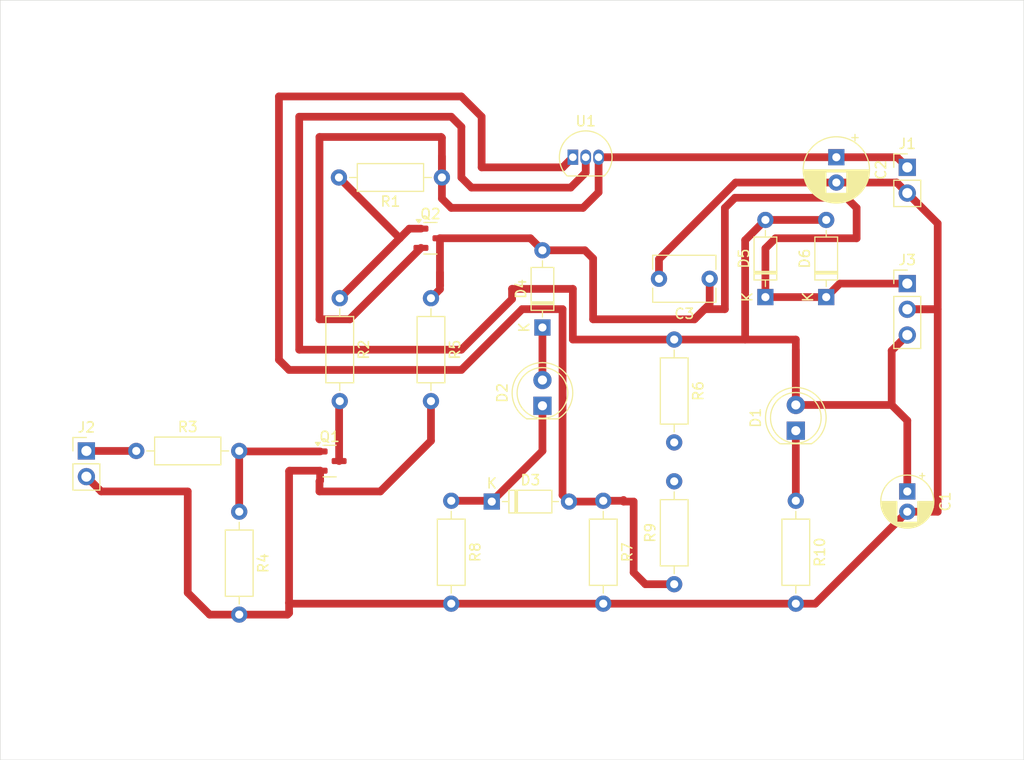
<source format=kicad_pcb>
(kicad_pcb (version 20241229) (generator "pcbnew") (generator_version "9.0")
  (layers (0 "F.Cu" signal) (2 "B.Cu" signal) (5 "F.SilkS" user "F.Silkscreen") (7 "B.SilkS" user "B.Silkscreen") (3 "B.Mask" user) (25 "Edge.Cuts" user))
  (net 0 "")
  (net 1 "Net-(D1-A)")
  (net 2 "GND")
  (net 3 "Net-(J1-Pin_1)")
  (net 4 "Net-(D4-A)")
  (net 5 "Net-(D1-K)")
  (net 6 "Net-(D2-K)")
  (net 7 "Net-(D2-A)")
  (net 8 "Net-(Q1-C)")
  (net 9 "Net-(D3-A)")
  (net 10 "Net-(J2-Pin_1)")
  (net 11 "Net-(Q1-B)")
  (net 12 "Net-(Q2-G)")
  (net 13 "Net-(R6-Pad2)")
  (footprint "Resistor_THT:R_Axial_DIN0207_L6.3mm_D2.5mm_P10.16mm_Horizontal" (layer "F.Cu") (at 94 129.92 -90)
    (property "Reference" "R8" (at 5.08 -2.37 90) (layer "F.SilkS"))
    (property "Value" "3.3K")
    (pad "1" thru_hole circle (at 0 0 270) (size 1.6 1.6) (drill 0.8) (layers "*.Cu" "*.Mask") (net 6 "Net-(D2-K)"))
    (pad "2" thru_hole oval (at 10.16 0 270) (size 1.6 1.6) (drill 0.8) (layers "*.Cu" "*.Mask") (net 2 "GND"))
  )
  (footprint "Capacitor_THT:CP_Radial_D5.0mm_P2.00mm" (layer "F.Cu") (at 139 129 -90)
    (property "Reference" "C1" (at 1 -3.75 90) (layer "F.SilkS"))
    (property "Value" "4.7uF 25V")
    (pad "1" thru_hole rect (at 0 0 270) (size 1.6 1.6) (drill 0.8) (layers "*.Cu" "*.Mask") (net 1 "Net-(D1-A)"))
    (pad "2" thru_hole circle (at 2 0 270) (size 1.6 1.6) (drill 0.8) (layers "*.Cu" "*.Mask") (net 2 "GND"))
  )
  (footprint "Resistor_THT:R_Axial_DIN0207_L6.3mm_D2.5mm_P10.16mm_Horizontal" (layer "F.Cu") (at 128 129.92 -90)
    (property "Reference" "R10" (at 5.08 -2.37 90) (layer "F.SilkS"))
    (property "Value" "820")
    (pad "1" thru_hole circle (at 0 0 270) (size 1.6 1.6) (drill 0.8) (layers "*.Cu" "*.Mask") (net 5 "Net-(D1-K)"))
    (pad "2" thru_hole oval (at 10.16 0 270) (size 1.6 1.6) (drill 0.8) (layers "*.Cu" "*.Mask") (net 2 "GND"))
  )
  (footprint "Resistor_THT:R_Axial_DIN0207_L6.3mm_D2.5mm_P10.16mm_Horizontal" (layer "F.Cu") (at 109 129.92 -90)
    (property "Reference" "R7" (at 5.08 -2.37 90) (layer "F.SilkS"))
    (property "Value" "820")
    (pad "1" thru_hole circle (at 0 0 270) (size 1.6 1.6) (drill 0.8) (layers "*.Cu" "*.Mask") (net 9 "Net-(D3-A)"))
    (pad "2" thru_hole oval (at 10.16 0 270) (size 1.6 1.6) (drill 0.8) (layers "*.Cu" "*.Mask") (net 2 "GND"))
  )
  (footprint "Resistor_THT:R_Axial_DIN0207_L6.3mm_D2.5mm_P10.16mm_Horizontal" (layer "F.Cu") (at 62.92 125)
    (property "Reference" "R3" (at 5.08 -2.37 0) (layer "F.SilkS"))
    (property "Value" "3.3K")
    (pad "1" thru_hole circle (at 0 0) (size 1.6 1.6) (drill 0.8) (layers "*.Cu" "*.Mask") (net 10 "Net-(J2-Pin_1)"))
    (pad "2" thru_hole oval (at 10.16 0) (size 1.6 1.6) (drill 0.8) (layers "*.Cu" "*.Mask") (net 11 "Net-(Q1-B)"))
  )
  (footprint "Resistor_THT:R_Axial_DIN0207_L6.3mm_D2.5mm_P10.16mm_Horizontal" (layer "F.Cu") (at 73.08 131 -90)
    (property "Reference" "R4" (at 5.08 -2.37 90) (layer "F.SilkS"))
    (property "Value" "2.7K")
    (pad "1" thru_hole circle (at 0 0 270) (size 1.6 1.6) (drill 0.8) (layers "*.Cu" "*.Mask") (net 11 "Net-(Q1-B)"))
    (pad "2" thru_hole oval (at 10.16 0 270) (size 1.6 1.6) (drill 0.8) (layers "*.Cu" "*.Mask") (net 2 "GND"))
  )
  (footprint "Resistor_THT:R_Axial_DIN0207_L6.3mm_D2.5mm_P10.16mm_Horizontal" (layer "F.Cu") (at 93.08 98 180)
    (property "Reference" "R1" (at 5.08 -2.37 0) (layer "F.SilkS"))
    (property "Value" "2.7K")
    (pad "1" thru_hole circle (at 0 0 180) (size 1.6 1.6) (drill 0.8) (layers "*.Cu" "*.Mask") (net 3 "Net-(J1-Pin_1)"))
    (pad "2" thru_hole oval (at 10.16 0 180) (size 1.6 1.6) (drill 0.8) (layers "*.Cu" "*.Mask") (net 12 "Net-(Q2-G)"))
  )
  (footprint "Connector_PinHeader_2.54mm:PinHeader_1x02_P2.54mm_Vertical" (layer "F.Cu") (at 58 125)
    (property "Reference" "J2" (at 0 -2.33 0) (layer "F.SilkS"))
    (property "Value" "Prog_EN")
    (pad "1" thru_hole rect (at 0 0) (size 1.7 1.7) (drill 1) (layers "*.Cu" "*.Mask") (net 10 "Net-(J2-Pin_1)"))
    (pad "2" thru_hole oval (at 0 2.54) (size 1.7 1.7) (drill 1) (layers "*.Cu" "*.Mask") (net 2 "GND"))
  )
  (footprint "LED_THT:LED_D5.0mm" (layer "F.Cu") (at 103 120.54 90)
    (property "Reference" "D2" (at 1.27 -3.96 90) (layer "F.SilkS"))
    (property "Value" "Prog_Ind")
    (pad "1" thru_hole rect (at 0 0 90) (size 1.8 1.8) (drill 0.9) (layers "*.Cu" "*.Mask") (net 6 "Net-(D2-K)"))
    (pad "2" thru_hole circle (at 2.54 0 90) (size 1.8 1.8) (drill 0.9) (layers "*.Cu" "*.Mask") (net 7 "Net-(D2-A)"))
  )
  (footprint "Connector_PinHeader_2.54mm:PinHeader_1x02_P2.54mm_Vertical" (layer "F.Cu") (at 139 97)
    (property "Reference" "J1" (at 0 -2.33 0) (layer "F.SilkS"))
    (property "Value" "13Vdc_In")
    (pad "1" thru_hole rect (at 0 0) (size 1.7 1.7) (drill 1) (layers "*.Cu" "*.Mask") (net 3 "Net-(J1-Pin_1)"))
    (pad "2" thru_hole oval (at 0 2.54) (size 1.7 1.7) (drill 1) (layers "*.Cu" "*.Mask") (net 2 "GND"))
  )
  (footprint "Capacitor_THT:CP_Radial_D6.3mm_P2.50mm" (layer "F.Cu") (at 132 96 -90)
    (property "Reference" "C2" (at 1.25 -4.4 90) (layer "F.SilkS"))
    (property "Value" "100uF 16V")
    (pad "1" thru_hole rect (at 0 0 270) (size 1.6 1.6) (drill 0.8) (layers "*.Cu" "*.Mask") (net 3 "Net-(J1-Pin_1)"))
    (pad "2" thru_hole circle (at 2.5 0 270) (size 1.6 1.6) (drill 0.8) (layers "*.Cu" "*.Mask") (net 2 "GND"))
  )
  (footprint "Package_TO_SOT_THT:TO-92_Inline" (layer "F.Cu") (at 106 96)
    (property "Reference" "U1" (at 1.27 -3.56 0) (layer "F.SilkS"))
    (property "Value" "LM317L_TO92")
    (pad "1" thru_hole rect (at 0 0) (size 1.05 1.5) (drill 0.75) (layers "*.Cu" "*.Mask") (net 9 "Net-(D3-A)"))
    (pad "2" thru_hole oval (at 1.27 0) (size 1.05 1.5) (drill 0.75) (layers "*.Cu" "*.Mask") (net 1 "Net-(D1-A)"))
    (pad "3" thru_hole oval (at 2.54 0) (size 1.05 1.5) (drill 0.75) (layers "*.Cu" "*.Mask") (net 3 "Net-(J1-Pin_1)"))
  )
  (footprint "Resistor_THT:R_Axial_DIN0207_L6.3mm_D2.5mm_P10.16mm_Horizontal" (layer "F.Cu") (at 92 109.92 -90)
    (property "Reference" "R5" (at 5.08 -2.37 90) (layer "F.SilkS"))
    (property "Value" "2.7K")
    (pad "1" thru_hole circle (at 0 0 270) (size 1.6 1.6) (drill 0.8) (layers "*.Cu" "*.Mask") (net 4 "Net-(D4-A)"))
    (pad "2" thru_hole oval (at 10.16 0 270) (size 1.6 1.6) (drill 0.8) (layers "*.Cu" "*.Mask") (net 2 "GND"))
  )
  (footprint "LED_THT:LED_D5.0mm" (layer "F.Cu") (at 128 123 90)
    (property "Reference" "D1" (at 1.27 -3.96 90) (layer "F.SilkS"))
    (property "Value" "Power_Ind")
    (pad "1" thru_hole rect (at 0 0 90) (size 1.8 1.8) (drill 0.9) (layers "*.Cu" "*.Mask") (net 5 "Net-(D1-K)"))
    (pad "2" thru_hole circle (at 2.54 0 90) (size 1.8 1.8) (drill 0.9) (layers "*.Cu" "*.Mask") (net 1 "Net-(D1-A)"))
  )
  (footprint "Diode_THT:D_DO-35_SOD27_P7.62mm_Horizontal" (layer "F.Cu") (at 98 130)
    (property "Reference" "D3" (at 3.81 -2.12 0) (layer "F.SilkS"))
    (property "Value" "1N4148")
    (fp_text user "K" (at 0 -1.8 0) (layer "F.SilkS"))
    (pad "1" thru_hole rect (at 0 0) (size 1.6 1.6) (drill 0.8) (layers "*.Cu" "*.Mask") (net 6 "Net-(D2-K)"))
    (pad "2" thru_hole oval (at 7.62 0) (size 1.6 1.6) (drill 0.8) (layers "*.Cu" "*.Mask") (net 9 "Net-(D3-A)"))
  )
  (footprint "Resistor_THT:R_Axial_DIN0207_L6.3mm_D2.5mm_P10.16mm_Horizontal" (layer "F.Cu") (at 83 109.92 -90)
    (property "Reference" "R2" (at 5.08 -2.37 90) (layer "F.SilkS"))
    (property "Value" "3.3K")
    (pad "1" thru_hole circle (at 0 0 270) (size 1.6 1.6) (drill 0.8) (layers "*.Cu" "*.Mask") (net 12 "Net-(Q2-G)"))
    (pad "2" thru_hole oval (at 10.16 0 270) (size 1.6 1.6) (drill 0.8) (layers "*.Cu" "*.Mask") (net 8 "Net-(Q1-C)"))
  )
  (footprint "Connector_PinHeader_2.54mm:PinHeader_1x03_P2.54mm_Vertical" (layer "F.Cu") (at 139 108.475)
    (property "Reference" "J3" (at 0 -2.33 0) (layer "F.SilkS"))
    (property "Value" "Vpp_Vcc_Out")
    (pad "1" thru_hole rect (at 0 0) (size 1.7 1.7) (drill 1) (layers "*.Cu" "*.Mask") (net 4 "Net-(D4-A)"))
    (pad "2" thru_hole oval (at 0 2.54) (size 1.7 1.7) (drill 1) (layers "*.Cu" "*.Mask") (net 2 "GND"))
    (pad "3" thru_hole oval (at 0 5.08) (size 1.7 1.7) (drill 1) (layers "*.Cu" "*.Mask") (net 1 "Net-(D1-A)"))
  )
  (footprint "Resistor_THT:R_Axial_DIN0207_L6.3mm_D2.5mm_P10.16mm_Horizontal" (layer "F.Cu") (at 116 138.16 90)
    (property "Reference" "R9" (at 5.08 -2.37 90) (layer "F.SilkS"))
    (property "Value" "6.8")
    (pad "1" thru_hole circle (at 0 0 90) (size 1.6 1.6) (drill 0.8) (layers "*.Cu" "*.Mask") (net 9 "Net-(D3-A)"))
    (pad "2" thru_hole oval (at 10.16 0 90) (size 1.6 1.6) (drill 0.8) (layers "*.Cu" "*.Mask") (net 13 "Net-(R6-Pad2)"))
  )
  (footprint "Diode_THT:D_DO-35_SOD27_P7.62mm_Horizontal" (layer "F.Cu") (at 103 112.81 90)
    (property "Reference" "D4" (at 3.81 -2.12 90) (layer "F.SilkS"))
    (property "Value" "1N4148")
    (fp_text user "K" (at 0 -1.8 90) (layer "F.SilkS"))
    (pad "1" thru_hole rect (at 0 0 90) (size 1.6 1.6) (drill 0.8) (layers "*.Cu" "*.Mask") (net 7 "Net-(D2-A)"))
    (pad "2" thru_hole oval (at 7.62 0 90) (size 1.6 1.6) (drill 0.8) (layers "*.Cu" "*.Mask") (net 4 "Net-(D4-A)"))
  )
  (footprint "Diode_THT:D_DO-35_SOD27_P7.62mm_Horizontal" (layer "F.Cu") (at 125 109.81 90)
    (property "Reference" "D5" (at 3.81 -2.12 90) (layer "F.SilkS"))
    (property "Value" "1N60")
    (fp_text user "K" (at 0 -1.8 90) (layer "F.SilkS"))
    (pad "1" thru_hole rect (at 0 0 90) (size 1.6 1.6) (drill 0.8) (layers "*.Cu" "*.Mask") (net 4 "Net-(D4-A)"))
    (pad "2" thru_hole oval (at 7.62 0 90) (size 1.6 1.6) (drill 0.8) (layers "*.Cu" "*.Mask") (net 1 "Net-(D1-A)"))
  )
  (footprint "Package_TO_SOT_SMD:SOT-23" (layer "F.Cu") (at 82 126)
    (property "Reference" "Q1" (at 0 -2.4 0) (layer "F.SilkS"))
    (property "Value" "SST3904")
    (pad "1" smd roundrect (at -0.9375 -0.95) (size 1.475 0.6) (layers "F.Cu" "F.Mask" "F.Paste") (net 11 "Net-(Q1-B)"))
    (pad "2" smd roundrect (at -0.9375 0.95) (size 1.475 0.6) (layers "F.Cu" "F.Mask" "F.Paste") (net 2 "GND"))
    (pad "3" smd roundrect (at 0.9375 0) (size 1.475 0.6) (layers "F.Cu" "F.Mask" "F.Paste") (net 8 "Net-(Q1-C)"))
  )
  (footprint "Capacitor_THT:C_Disc_D6.0mm_W4.4mm_P5.00mm" (layer "F.Cu") (at 119.5 108 180)
    (property "Reference" "C3" (at 2.5 -3.45 0) (layer "F.SilkS"))
    (property "Value" "0.22uF 50V")
    (pad "1" thru_hole circle (at 0 0 180) (size 1.6 1.6) (drill 0.8) (layers "*.Cu" "*.Mask") (net 4 "Net-(D4-A)"))
    (pad "2" thru_hole circle (at 5 0 180) (size 1.6 1.6) (drill 0.8) (layers "*.Cu" "*.Mask") (net 2 "GND"))
  )
  (footprint "Diode_THT:D_DO-35_SOD27_P7.62mm_Horizontal" (layer "F.Cu") (at 131 109.81 90)
    (property "Reference" "D6" (at 3.81 -2.12 90) (layer "F.SilkS"))
    (property "Value" "1N60")
    (fp_text user "K" (at 0 -1.8 90) (layer "F.SilkS"))
    (pad "1" thru_hole rect (at 0 0 90) (size 1.6 1.6) (drill 0.8) (layers "*.Cu" "*.Mask") (net 4 "Net-(D4-A)"))
    (pad "2" thru_hole oval (at 7.62 0 90) (size 1.6 1.6) (drill 0.8) (layers "*.Cu" "*.Mask") (net 1 "Net-(D1-A)"))
  )
  (footprint "Resistor_THT:R_Axial_DIN0207_L6.3mm_D2.5mm_P10.16mm_Horizontal" (layer "F.Cu") (at 116 114 -90)
    (property "Reference" "R6" (at 5.08 -2.37 90) (layer "F.SilkS"))
    (property "Value" "220")
    (pad "1" thru_hole circle (at 0 0 270) (size 1.6 1.6) (drill 0.8) (layers "*.Cu" "*.Mask") (net 1 "Net-(D1-A)"))
    (pad "2" thru_hole oval (at 10.16 0 270) (size 1.6 1.6) (drill 0.8) (layers "*.Cu" "*.Mask") (net 13 "Net-(R6-Pad2)"))
  )
  (footprint "Package_TO_SOT_SMD:SOT-23" (layer "F.Cu") (at 91.95 104)
    (property "Reference" "Q2" (at 0 -2.4 0) (layer "F.SilkS"))
    (property "Value" "TM2301GN")
    (pad "1" smd roundrect (at -0.9375 -0.95) (size 1.475 0.6) (layers "F.Cu" "F.Mask" "F.Paste") (net 12 "Net-(Q2-G)"))
    (pad "2" smd roundrect (at -0.9375 0.95) (size 1.475 0.6) (layers "F.Cu" "F.Mask" "F.Paste") (net 3 "Net-(J1-Pin_1)"))
    (pad "3" smd roundrect (at 0.9375 0) (size 1.475 0.6) (layers "F.Cu" "F.Mask" "F.Paste") (net 4 "Net-(D4-A)"))
  )
  (gr_rect (start 49.5 80.5) (end 150.5 155.5) (stroke (width 0.05)) (fill no) (layer "Edge.Cuts"))
  (segment (start 125 102.19) (end 131 102.19) (width 0.762) (layer "F.Cu") (net 1))
  (segment (start 96 99) (end 95 98) (width 0.762) (layer "F.Cu") (net 1))
  (segment (start 79 115) (end 95 115) (width 0.762) (layer "F.Cu") (net 1))
  (segment (start 137.46 120.46) (end 139 122) (width 0.762) (layer "F.Cu") (net 1))
  (segment (start 106 109) (end 106 114) (width 0.762) (layer "F.Cu") (net 1))
  (segment (start 100 109) (end 106 109) (width 0.762) (layer "F.Cu") (net 1))
  (segment (start 95 115) (end 100 110) (width 0.762) (layer "F.Cu") (net 1))
  (segment (start 100 110) (end 100 109) (width 0.762) (layer "F.Cu") (net 1))
  (segment (start 128 120.46) (end 128 115) (width 0.762) (layer "F.Cu") (net 1))
  (segment (start 123 114) (end 128 114) (width 0.762) (layer "F.Cu") (net 1))
  (segment (start 95 93) (end 94 92) (width 0.762) (layer "F.Cu") (net 1))
  (segment (start 95 98) (end 95 93) (width 0.762) (layer "F.Cu") (net 1))
  (segment (start 123 104.19) (end 123 114) (width 0.762) (layer "F.Cu") (net 1))
  (segment (start 107.27 96) (end 107.27 97.512) (width 0.762) (layer "F.Cu") (net 1))
  (segment (start 105.782 99) (end 96 99) (width 0.762) (layer "F.Cu") (net 1))
  (segment (start 107.27 97.512) (end 105.782 99) (width 0.762) (layer "F.Cu") (net 1))
  (segment (start 139 122) (end 139 129) (width 0.762) (layer "F.Cu") (net 1))
  (segment (start 128 120.46) (end 137.46 120.46) (width 0.762) (layer "F.Cu") (net 1))
  (segment (start 125 102.19) (end 123 104.19) (width 0.762) (layer "F.Cu") (net 1))
  (segment (start 128 120.46) (end 128 114) (width 0.762) (layer "F.Cu") (net 1))
  (segment (start 94 92) (end 79 92) (width 0.762) (layer "F.Cu") (net 1))
  (segment (start 79 92) (end 79 115) (width 0.762) (layer "F.Cu") (net 1))
  (segment (start 116 114) (end 123 114) (width 0.762) (layer "F.Cu") (net 1))
  (segment (start 137.46 115.095) (end 137.46 120.46) (width 0.762) (layer "F.Cu") (net 1))
  (segment (start 106 114) (end 116 114) (width 0.762) (layer "F.Cu") (net 1))
  (segment (start 139 113.555) (end 137.46 115.095) (width 0.762) (layer "F.Cu") (net 1))
  (segment (start 128 140.08) (end 109 140.08) (width 0.762) (layer "F.Cu") (net 2))
  (segment (start 81.0625 127.9375) (end 81.0625 126.95) (width 0.762) (layer "F.Cu") (net 2))
  (segment (start 139 111.015) (end 141 111.015) (width 0.762) (layer "F.Cu") (net 2))
  (segment (start 78.05 126.95) (end 81.0625 126.95) (width 0.762) (layer "F.Cu") (net 2))
  (segment (start 70.16 141.16) (end 68 139) (width 0.762) (layer "F.Cu") (net 2))
  (segment (start 114.5 106.061745) (end 114.5 108) (width 0.762) (layer "F.Cu") (net 2))
  (segment (start 94 140.08) (end 109 140.08) (width 0.762) (layer "F.Cu") (net 2))
  (segment (start 139 111.015) (end 139.015 111) (width 0.762) (layer "F.Cu") (net 2))
  (segment (start 142 131) (end 139 131) (width 0.762) (layer "F.Cu") (net 2))
  (segment (start 141 111.015) (end 141.985 111.015) (width 0.762) (layer "F.Cu") (net 2))
  (segment (start 92 124) (end 87 129) (width 0.762) (layer "F.Cu") (net 2))
  (segment (start 139.015 111) (end 142 111) (width 0.762) (layer "F.Cu") (net 2))
  (segment (start 59.46 129) (end 58 127.54) (width 0.762) (layer "F.Cu") (net 2))
  (segment (start 92 120.08) (end 92 124) (width 0.762) (layer "F.Cu") (net 2))
  (segment (start 132 98.5) (end 137.96 98.5) (width 0.762) (layer "F.Cu") (net 2))
  (segment (start 78 127) (end 78.05 126.95) (width 0.762) (layer "F.Cu") (net 2))
  (segment (start 73.08 141.16) (end 70.16 141.16) (width 0.762) (layer "F.Cu") (net 2))
  (segment (start 139 99.54) (end 138.54 99.54) (width 0.762) (layer "F.Cu") (net 2))
  (segment (start 137.96 98.5) (end 139 99.54) (width 0.762) (layer "F.Cu") (net 2))
  (segment (start 78 141) (end 78 140) (width 0.762) (layer "F.Cu") (net 2))
  (segment (start 77.84 141.16) (end 78 141) (width 0.762) (layer "F.Cu") (net 2))
  (segment (start 94 140.08) (end 78.08 140.08) (width 0.762) (layer "F.Cu") (net 2))
  (segment (start 142 111) (end 142 131) (width 0.762) (layer "F.Cu") (net 2))
  (segment (start 73.08 141.16) (end 77.84 141.16) (width 0.762) (layer "F.Cu") (net 2))
  (segment (start 81 129) (end 81 128) (width 0.762) (layer "F.Cu") (net 2))
  (segment (start 142 102.54) (end 142 111) (width 0.762) (layer "F.Cu") (net 2))
  (segment (start 68 129) (end 59.46 129) (width 0.762) (layer "F.Cu") (net 2))
  (segment (start 81 128) (end 81.0625 127.9375) (width 0.762) (layer "F.Cu") (net 2))
  (segment (start 129.92 140.08) (end 139 131) (width 0.762) (layer "F.Cu") (net 2))
  (segment (start 128 140.08) (end 129.92 140.08) (width 0.762) (layer "F.Cu") (net 2))
  (segment (start 87 129) (end 81 129) (width 0.762) (layer "F.Cu") (net 2))
  (segment (start 132 98.5) (end 122.061745 98.5) (width 0.762) (layer "F.Cu") (net 2))
  (segment (start 141.985 111.015) (end 142 111) (width 0.762) (layer "F.Cu") (net 2))
  (segment (start 122.061745 98.5) (end 114.5 106.061745) (width 0.762) (layer "F.Cu") (net 2))
  (segment (start 139 99.54) (end 142 102.54) (width 0.762) (layer "F.Cu") (net 2))
  (segment (start 109.08 140) (end 109 140.08) (width 0.762) (layer "F.Cu") (net 2))
  (segment (start 68 139) (end 68 129) (width 0.762) (layer "F.Cu") (net 2))
  (segment (start 78.08 140.08) (end 78 140) (width 0.762) (layer "F.Cu") (net 2))
  (segment (start 78 140) (end 78 127) (width 0.762) (layer "F.Cu") (net 2))
  (segment (start 93.08 100.08) (end 93.08 98) (width 0.762) (layer "F.Cu") (net 3))
  (segment (start 93.08 94.08) (end 93 94) (width 0.762) (layer "F.Cu") (net 3))
  (segment (start 93.08 98) (end 93.08 95.92) (width 0.762) (layer "F.Cu") (net 3))
  (segment (start 132 96) (end 138 96) (width 0.762) (layer "F.Cu") (net 3))
  (segment (start 108.54 96) (end 108.54 99.46) (width 0.762) (layer "F.Cu") (net 3))
  (segment (start 138 96) (end 139 97) (width 0.762) (layer "F.Cu") (net 3))
  (segment (start 84 111.9625) (end 91.0125 104.95) (width 0.762) (layer "F.Cu") (net 3))
  (segment (start 81 112) (end 84 112) (width 0.762) (layer "F.Cu") (net 3))
  (segment (start 84 112) (end 84 111.9625) (width 0.762) (layer "F.Cu") (net 3))
  (segment (start 81 94) (end 81 112) (width 0.762) (layer "F.Cu") (net 3))
  (segment (start 94 101) (end 93.08 100.08) (width 0.762) (layer "F.Cu") (net 3))
  (segment (start 108.54 96) (end 132 96) (width 0.762) (layer "F.Cu") (net 3))
  (segment (start 107 101) (end 94 101) (width 0.762) (layer "F.Cu") (net 3))
  (segment (start 93.08 98) (end 93.08 94.08) (width 0.762) (layer "F.Cu") (net 3))
  (segment (start 93 94) (end 81 94) (width 0.762) (layer "F.Cu") (net 3))
  (segment (start 108.54 99.46) (end 107 101) (width 0.762) (layer "F.Cu") (net 3))
  (segment (start 107.19 105.19) (end 103 105.19) (width 0.762) (layer "F.Cu") (net 4))
  (segment (start 134 101) (end 133 100) (width 0.762) (layer "F.Cu") (net 4))
  (segment (start 92.8875 109.0325) (end 92 109.92) (width 0.762) (layer "F.Cu") (net 4))
  (segment (start 132.335 108.475) (end 131 109.81) (width 0.762) (layer "F.Cu") (net 4))
  (segment (start 119 111) (end 118 112) (width 0.762) (layer "F.Cu") (net 4))
  (segment (start 92.8875 104) (end 92.8875 108.674245) (width 0.762) (layer "F.Cu") (net 4))
  (segment (start 108 106) (end 107.19 105.19) (width 0.762) (layer "F.Cu") (net 4))
  (segment (start 133 100) (end 122 100) (width 0.762) (layer "F.Cu") (net 4))
  (segment (start 101.81 104) (end 92.8875 104) (width 0.762) (layer "F.Cu") (net 4))
  (segment (start 134 104) (end 134 101) (width 0.762) (layer "F.Cu") (net 4))
  (segment (start 119.5 110.5) (end 118 112) (width 0.762) (layer "F.Cu") (net 4))
  (segment (start 122 100) (end 121 101) (width 0.762) (layer "F.Cu") (net 4))
  (segment (start 121 111) (end 119 111) (width 0.762) (layer "F.Cu") (net 4))
  (segment (start 125 109.81) (end 131 109.81) (width 0.762) (layer "F.Cu") (net 4))
  (segment (start 119.5 108) (end 119.5 110.5) (width 0.762) (layer "F.Cu") (net 4))
  (segment (start 118 112) (end 108 112) (width 0.762) (layer "F.Cu") (net 4))
  (segment (start 92.8875 107.393373) (end 92.8875 108.674245) (width 0.762) (layer "F.Cu") (net 4))
  (segment (start 108 112) (end 108 106) (width 0.762) (layer "F.Cu") (net 4))
  (segment (start 125 109.81) (end 125 105) (width 0.762) (layer "F.Cu") (net 4))
  (segment (start 103 105.19) (end 101.81 104) (width 0.762) (layer "F.Cu") (net 4))
  (segment (start 126 104) (end 134 104) (width 0.762) (layer "F.Cu") (net 4))
  (segment (start 121 101) (end 121 111) (width 0.762) (layer "F.Cu") (net 4))
  (segment (start 92.8875 108.674245) (end 92.8875 109.0325) (width 0.762) (layer "F.Cu") (net 4))
  (segment (start 139 108.475) (end 132.335 108.475) (width 0.762) (layer "F.Cu") (net 4))
  (segment (start 125 105) (end 126 104) (width 0.762) (layer "F.Cu") (net 4))
  (segment (start 128 123) (end 128 129.92) (width 0.762) (layer "F.Cu") (net 5))
  (segment (start 103 120.54) (end 103 125) (width 0.762) (layer "F.Cu") (net 6))
  (segment (start 97.92 129.92) (end 98 130) (width 0.762) (layer "F.Cu") (net 6))
  (segment (start 94 129.92) (end 97.92 129.92) (width 0.762) (layer "F.Cu") (net 6))
  (segment (start 103 125) (end 98 130) (width 0.762) (layer "F.Cu") (net 6))
  (segment (start 103 112.81) (end 103 118) (width 0.762) (layer "F.Cu") (net 7))
  (segment (start 82.9375 126) (end 82.9375 120.1425) (width 0.762) (layer "F.Cu") (net 8))
  (segment (start 82.9375 120.1425) (end 83 120.08) (width 0.762) (layer "F.Cu") (net 8))
  (segment (start 116 138.16) (end 113.16 138.16) (width 0.762) (layer "F.Cu") (net 9))
  (segment (start 106 96) (end 105 97) (width 0.762) (layer "F.Cu") (net 9))
  (segment (start 110.92 129.92) (end 109 129.92) (width 0.762) (layer "F.Cu") (net 9))
  (segment (start 108.92 130) (end 109 129.92) (width 0.762) (layer "F.Cu") (net 9))
  (segment (start 111 129.84) (end 110.92 129.92) (width 0.762) (layer "F.Cu") (net 9))
  (segment (start 97 97) (end 97 92) (width 0.762) (layer "F.Cu") (net 9))
  (segment (start 113.16 138.16) (end 112 137) (width 0.762) (layer "F.Cu") (net 9))
  (segment (start 104.983 111) (end 104.983 129.363) (width 0.762) (layer "F.Cu") (net 9))
  (segment (start 97 92) (end 95 90) (width 0.762) (layer "F.Cu") (net 9))
  (segment (start 77 90) (end 77 116) (width 0.762) (layer "F.Cu") (net 9))
  (segment (start 95 117) (end 101 111) (width 0.762) (layer "F.Cu") (net 9))
  (segment (start 112 137) (end 112 130) (width 0.762) (layer "F.Cu") (net 9))
  (segment (start 104.983 129.363) (end 105.62 130) (width 0.762) (layer "F.Cu") (net 9))
  (segment (start 77 116) (end 78 117) (width 0.762) (layer "F.Cu") (net 9))
  (segment (start 111 130) (end 110.92 129.92) (width 0.762) (layer "F.Cu") (net 9))
  (segment (start 95 90) (end 77 90) (width 0.762) (layer "F.Cu") (net 9))
  (segment (start 105 97) (end 97 97) (width 0.762) (layer "F.Cu") (net 9))
  (segment (start 101 111) (end 104.983 111) (width 0.762) (layer "F.Cu") (net 9))
  (segment (start 112 130) (end 111 130) (width 0.762) (layer "F.Cu") (net 9))
  (segment (start 78 117) (end 95 117) (width 0.762) (layer "F.Cu") (net 9))
  (segment (start 105.62 130) (end 108.92 130) (width 0.762) (layer "F.Cu") (net 9))
  (segment (start 58 125) (end 62.92 125) (width 0.762) (layer "F.Cu") (net 10))
  (segment (start 81.0625 125.05) (end 73.13 125.05) (width 0.762) (layer "F.Cu") (net 11))
  (segment (start 73.08 131) (end 73.08 125) (width 0.762) (layer "F.Cu") (net 11))
  (segment (start 73.13 125.05) (end 73.08 125) (width 0.762) (layer "F.Cu") (net 11))
  (segment (start 82.92 98) (end 88.92 104) (width 0.762) (layer "F.Cu") (net 12))
  (segment (start 91.0125 103.05) (end 89.87 103.05) (width 0.762) (layer "F.Cu") (net 12))
  (segment (start 88.92 104) (end 83 109.92) (width 0.762) (layer "F.Cu") (net 12))
  (segment (start 89.87 103.05) (end 88.92 104) (width 0.762) (layer "F.Cu") (net 12))
)
</source>
